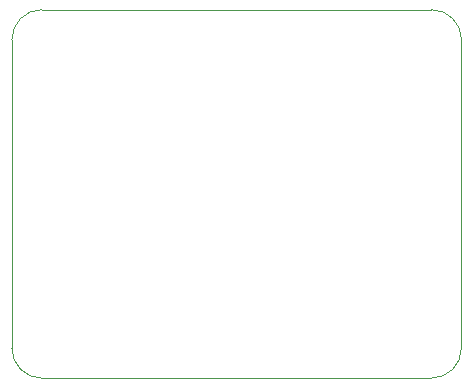
<source format=gm1>
%TF.GenerationSoftware,KiCad,Pcbnew,(6.0.1)*%
%TF.CreationDate,2022-03-11T00:24:32+11:00*%
%TF.ProjectId,BLE_beacon,424c455f-6265-4616-936f-6e2e6b696361,rev?*%
%TF.SameCoordinates,PX7e67600PY5e0b320*%
%TF.FileFunction,Profile,NP*%
%FSLAX46Y46*%
G04 Gerber Fmt 4.6, Leading zero omitted, Abs format (unit mm)*
G04 Created by KiCad (PCBNEW (6.0.1)) date 2022-03-11 00:24:32*
%MOMM*%
%LPD*%
G01*
G04 APERTURE LIST*
%TA.AperFunction,Profile*%
%ADD10C,0.100000*%
%TD*%
G04 APERTURE END LIST*
D10*
X35585949Y78051D02*
G75*
G03*
X38125949Y2618051I-1J2540001D01*
G01*
X35585949Y31283949D02*
X2602051Y31283949D01*
X38125949Y28743949D02*
G75*
G03*
X35585949Y31283949I-2540001J-1D01*
G01*
X62051Y2618051D02*
G75*
G03*
X2602051Y78051I2540001J1D01*
G01*
X62051Y28743949D02*
X62051Y2618051D01*
X2602051Y31283949D02*
G75*
G03*
X62051Y28743949I1J-2540001D01*
G01*
X2602051Y78051D02*
X35585949Y78051D01*
X38125949Y2618051D02*
X38125949Y28743949D01*
M02*

</source>
